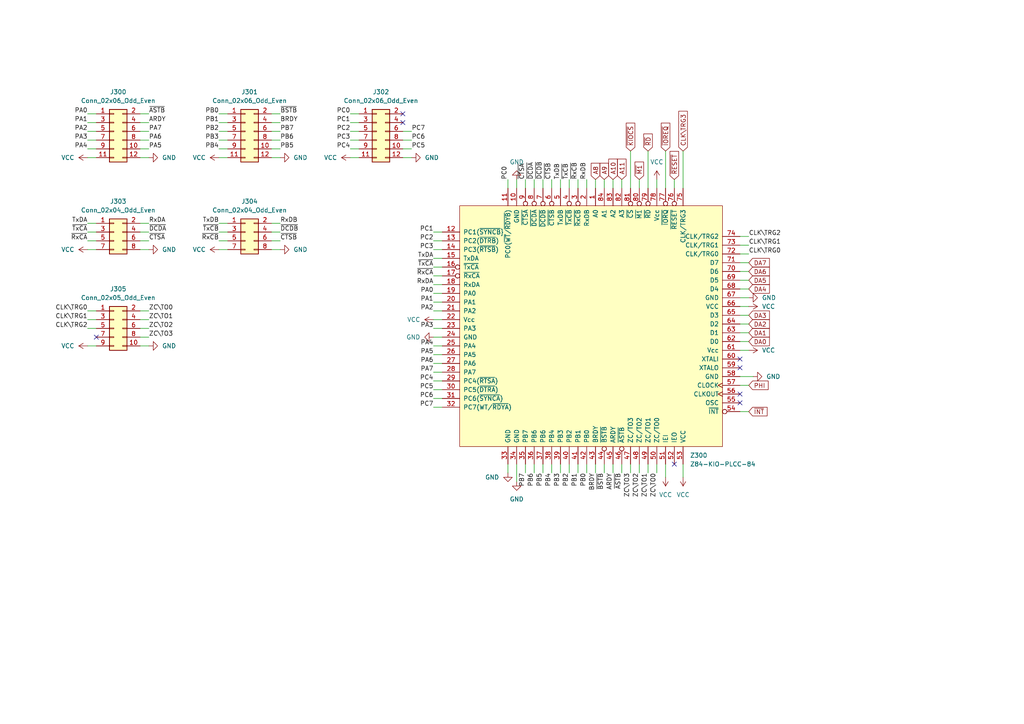
<source format=kicad_sch>
(kicad_sch (version 20211123) (generator eeschema)
  (paper "A4")
  (title_block (title "JupiterAce Z80 plus KIO and new memory format.") (date "2020-05-12") (rev "Alpha") (company "Ontobus") (comment 1 "John Bradley") (comment 2 "https://creativecommons.org/licenses/by-nc-sa/4.0/") (comment 3 "Attribution-NonCommercial-ShareAlike 4.0 International License.") (comment 4 "This work is licensed under a Creative Commons "))
  (lib_symbols
    (symbol "Connector_Generic:Conn_02x04_Odd_Even" (pin_names (offset 1.016) hide)
      (property "Reference" "J" (at 1.27 5.08 0))
      (property "Value" "Conn_02x04_Odd_Even" (at 1.27 -7.62 0))
      (symbol "Conn_02x04_Odd_Even_1_1"
        (rectangle (start -1.27 -4.953) (end 0 -5.207) (stroke (width 0.1524)))
        (rectangle (start -1.27 -2.413) (end 0 -2.667) (stroke (width 0.1524)))
        (rectangle (start -1.27 0.127) (end 0 -0.127) (stroke (width 0.1524)))
        (rectangle (start -1.27 2.667) (end 0 2.413) (stroke (width 0.1524)))
        (rectangle (start -1.27 3.81) (end 3.81 -6.35) (stroke (width 0.254)) (fill (type background)))
        (rectangle (start 3.81 -4.953) (end 2.54 -5.207) (stroke (width 0.1524)))
        (rectangle (start 3.81 -2.413) (end 2.54 -2.667) (stroke (width 0.1524)))
        (rectangle (start 3.81 0.127) (end 2.54 -0.127) (stroke (width 0.1524)))
        (rectangle (start 3.81 2.667) (end 2.54 2.413) (stroke (width 0.1524)))
        (pin passive line (at -5.08 2.54 0) (length 3.81) (name "Pin_1") (number "1"))
        (pin passive line (at 7.62 2.54 180) (length 3.81) (name "Pin_2") (number "2"))
        (pin passive line (at -5.08 0 0) (length 3.81) (name "Pin_3") (number "3"))
        (pin passive line (at 7.62 0 180) (length 3.81) (name "Pin_4") (number "4"))
        (pin passive line (at -5.08 -2.54 0) (length 3.81) (name "Pin_5") (number "5"))
        (pin passive line (at 7.62 -2.54 180) (length 3.81) (name "Pin_6") (number "6"))
        (pin passive line (at -5.08 -5.08 0) (length 3.81) (name "Pin_7") (number "7"))
        (pin passive line (at 7.62 -5.08 180) (length 3.81) (name "Pin_8") (number "8"))
      )
    )
    (symbol "Connector_Generic:Conn_02x05_Odd_Even" (pin_names (offset 1.016) hide)
      (property "Reference" "J" (at 1.27 7.62 0))
      (property "Value" "Conn_02x05_Odd_Even" (at 1.27 -7.62 0))
      (symbol "Conn_02x05_Odd_Even_1_1"
        (rectangle (start -1.27 -4.953) (end 0 -5.207) (stroke (width 0.1524)))
        (rectangle (start -1.27 -2.413) (end 0 -2.667) (stroke (width 0.1524)))
        (rectangle (start -1.27 0.127) (end 0 -0.127) (stroke (width 0.1524)))
        (rectangle (start -1.27 2.667) (end 0 2.413) (stroke (width 0.1524)))
        (rectangle (start -1.27 5.207) (end 0 4.953) (stroke (width 0.1524)))
        (rectangle (start -1.27 6.35) (end 3.81 -6.35) (stroke (width 0.254)) (fill (type background)))
        (rectangle (start 3.81 -4.953) (end 2.54 -5.207) (stroke (width 0.1524)))
        (rectangle (start 3.81 -2.413) (end 2.54 -2.667) (stroke (width 0.1524)))
        (rectangle (start 3.81 0.127) (end 2.54 -0.127) (stroke (width 0.1524)))
        (rectangle (start 3.81 2.667) (end 2.54 2.413) (stroke (width 0.1524)))
        (rectangle (start 3.81 5.207) (end 2.54 4.953) (stroke (width 0.1524)))
        (pin passive line (at -5.08 5.08 0) (length 3.81) (name "Pin_1") (number "1"))
        (pin passive line (at 7.62 -5.08 180) (length 3.81) (name "Pin_10") (number "10"))
        (pin passive line (at 7.62 5.08 180) (length 3.81) (name "Pin_2") (number "2"))
        (pin passive line (at -5.08 2.54 0) (length 3.81) (name "Pin_3") (number "3"))
        (pin passive line (at 7.62 2.54 180) (length 3.81) (name "Pin_4") (number "4"))
        (pin passive line (at -5.08 0 0) (length 3.81) (name "Pin_5") (number "5"))
        (pin passive line (at 7.62 0 180) (length 3.81) (name "Pin_6") (number "6"))
        (pin passive line (at -5.08 -2.54 0) (length 3.81) (name "Pin_7") (number "7"))
        (pin passive line (at 7.62 -2.54 180) (length 3.81) (name "Pin_8") (number "8"))
        (pin passive line (at -5.08 -5.08 0) (length 3.81) (name "Pin_9") (number "9"))
      )
    )
    (symbol "Connector_Generic:Conn_02x06_Odd_Even" (pin_names (offset 1.016) hide)
      (property "Reference" "J" (at 1.27 7.62 0))
      (property "Value" "Conn_02x06_Odd_Even" (at 1.27 -10.16 0))
      (symbol "Conn_02x06_Odd_Even_1_1"
        (rectangle (start -1.27 -7.493) (end 0 -7.747) (stroke (width 0.1524)))
        (rectangle (start -1.27 -4.953) (end 0 -5.207) (stroke (width 0.1524)))
        (rectangle (start -1.27 -2.413) (end 0 -2.667) (stroke (width 0.1524)))
        (rectangle (start -1.27 0.127) (end 0 -0.127) (stroke (width 0.1524)))
        (rectangle (start -1.27 2.667) (end 0 2.413) (stroke (width 0.1524)))
        (rectangle (start -1.27 5.207) (end 0 4.953) (stroke (width 0.1524)))
        (rectangle (start -1.27 6.35) (end 3.81 -8.89) (stroke (width 0.254)) (fill (type background)))
        (rectangle (start 3.81 -7.493) (end 2.54 -7.747) (stroke (width 0.1524)))
        (rectangle (start 3.81 -4.953) (end 2.54 -5.207) (stroke (width 0.1524)))
        (rectangle (start 3.81 -2.413) (end 2.54 -2.667) (stroke (width 0.1524)))
        (rectangle (start 3.81 0.127) (end 2.54 -0.127) (stroke (width 0.1524)))
        (rectangle (start 3.81 2.667) (end 2.54 2.413) (stroke (width 0.1524)))
        (rectangle (start 3.81 5.207) (end 2.54 4.953) (stroke (width 0.1524)))
        (pin passive line (at -5.08 5.08 0) (length 3.81) (name "Pin_1") (number "1"))
        (pin passive line (at 7.62 -5.08 180) (length 3.81) (name "Pin_10") (number "10"))
        (pin passive line (at -5.08 -7.62 0) (length 3.81) (name "Pin_11") (number "11"))
        (pin passive line (at 7.62 -7.62 180) (length 3.81) (name "Pin_12") (number "12"))
        (pin passive line (at 7.62 5.08 180) (length 3.81) (name "Pin_2") (number "2"))
        (pin passive line (at -5.08 2.54 0) (length 3.81) (name "Pin_3") (number "3"))
        (pin passive line (at 7.62 2.54 180) (length 3.81) (name "Pin_4") (number "4"))
        (pin passive line (at -5.08 0 0) (length 3.81) (name "Pin_5") (number "5"))
        (pin passive line (at 7.62 0 180) (length 3.81) (name "Pin_6") (number "6"))
        (pin passive line (at -5.08 -2.54 0) (length 3.81) (name "Pin_7") (number "7"))
        (pin passive line (at 7.62 -2.54 180) (length 3.81) (name "Pin_8") (number "8"))
        (pin passive line (at -5.08 -5.08 0) (length 3.81) (name "Pin_9") (number "9"))
      )
    )
    (symbol "Zilog_Z80_Peripherals:KIO-PLCC-84" (pin_names (offset 1.016))
      (property "Reference" "Z" (at 29.21 -27.94 0))
      (property "Value" "KIO-PLCC-84" (at 31.75 -24.13 0))
      (symbol "KIO-PLCC-84_0_1"
        (rectangle (start 0 0) (end 76.2 -69.85) (fill (type background)))
      )
      (symbol "KIO-PLCC-84_1_1"
        (pin input line (at 39.37 5.08 270) (length 5.08) (name "A0") (number "1"))
        (pin power_in line (at 16.51 5.08 270) (length 5.08) (name "GND") (number "10"))
        (pin tri_state line (at 13.97 5.08 270) (length 5.08) (name "PC0(~{WT}/~{RDYB})") (number "11"))
        (pin tri_state line (at -5.08 -7.62 0) (length 5.08) (name "PC1(~{SYNCB}}") (number "12"))
        (pin tri_state line (at -5.08 -10.16 0) (length 5.08) (name "PC2(~{DTRB})") (number "13"))
        (pin tri_state line (at -5.08 -12.7 0) (length 5.08) (name "PC3(~{RTSB})") (number "14"))
        (pin output line (at -5.08 -15.24 0) (length 5.08) (name "TxDA") (number "15"))
        (pin input inverted (at -5.08 -17.78 0) (length 5.08) (name "~{TxCA}") (number "16"))
        (pin input inverted (at -5.08 -20.32 0) (length 5.08) (name "~{RxCA}") (number "17"))
        (pin input line (at -5.08 -22.86 0) (length 5.08) (name "RxDA") (number "18"))
        (pin tri_state line (at -5.08 -25.4 0) (length 5.08) (name "PA0") (number "19"))
        (pin input line (at 36.83 5.08 270) (length 5.08) (name "RxDB") (number "2"))
        (pin tri_state line (at -5.08 -27.94 0) (length 5.08) (name "PA1") (number "20"))
        (pin tri_state line (at -5.08 -30.48 0) (length 5.08) (name "PA2") (number "21"))
        (pin power_in line (at -5.08 -33.02 0) (length 5.08) (name "Vcc") (number "22"))
        (pin tri_state line (at -5.08 -35.56 0) (length 5.08) (name "PA3") (number "23"))
        (pin power_in line (at -5.08 -38.1 0) (length 5.08) (name "GND") (number "24"))
        (pin tri_state line (at -5.08 -40.64 0) (length 5.08) (name "PA4") (number "25"))
        (pin tri_state line (at -5.08 -43.18 0) (length 5.08) (name "PA5") (number "26"))
        (pin tri_state line (at -5.08 -45.72 0) (length 5.08) (name "PA6") (number "27"))
        (pin tri_state line (at -5.08 -48.26 0) (length 5.08) (name "PA7") (number "28"))
        (pin tri_state line (at -5.08 -50.8 0) (length 5.08) (name "PC4(~{RTSA})") (number "29"))
        (pin input inverted (at 34.29 5.08 270) (length 5.08) (name "~{RxCB}") (number "3"))
        (pin tri_state line (at -5.08 -53.34 0) (length 5.08) (name "PC5(~{DTRA})") (number "30"))
        (pin tri_state line (at -5.08 -55.88 0) (length 5.08) (name "PC6(~{SYNCA})") (number "31"))
        (pin tri_state line (at -5.08 -58.42 0) (length 5.08) (name "PC7(WT/~{RDYA})") (number "32"))
        (pin power_in line (at 13.97 -74.93 90) (length 5.08) (name "GND") (number "33"))
        (pin power_in line (at 16.51 -74.93 90) (length 5.08) (name "GND") (number "34"))
        (pin tri_state line (at 19.05 -74.93 90) (length 5.08) (name "PB7") (number "35"))
        (pin tri_state line (at 21.59 -74.93 90) (length 5.08) (name "PB6") (number "36"))
        (pin tri_state line (at 24.13 -74.93 90) (length 5.08) (name "PB6") (number "37"))
        (pin tri_state line (at 26.67 -74.93 90) (length 5.08) (name "PB4") (number "38"))
        (pin tri_state line (at 29.21 -74.93 90) (length 5.08) (name "PB3") (number "39"))
        (pin input inverted (at 31.75 5.08 270) (length 5.08) (name "~{TxCB}") (number "4"))
        (pin tri_state line (at 31.75 -74.93 90) (length 5.08) (name "PB2") (number "40"))
        (pin tri_state line (at 34.29 -74.93 90) (length 5.08) (name "PB1") (number "41"))
        (pin tri_state line (at 36.83 -74.93 90) (length 5.08) (name "PB0") (number "42"))
        (pin output line (at 39.37 -74.93 90) (length 5.08) (name "BRDY") (number "43"))
        (pin input inverted (at 41.91 -74.93 90) (length 5.08) (name "~{BSTB}") (number "44"))
        (pin output line (at 44.45 -74.93 90) (length 5.08) (name "ARDY") (number "45"))
        (pin input inverted (at 46.99 -74.93 90) (length 5.08) (name "~{ASTB}") (number "46"))
        (pin output line (at 49.53 -74.93 90) (length 5.08) (name "ZC/TO3") (number "47"))
        (pin output line (at 52.07 -74.93 90) (length 5.08) (name "ZC/TO2") (number "48"))
        (pin output line (at 54.61 -74.93 90) (length 5.08) (name "ZC/TO1") (number "49"))
        (pin output line (at 29.21 5.08 270) (length 5.08) (name "TxDB") (number "5"))
        (pin output line (at 57.15 -74.93 90) (length 5.08) (name "ZC/TO0") (number "50"))
        (pin input line (at 59.69 -74.93 90) (length 5.08) (name "IEI") (number "51"))
        (pin output line (at 62.23 -74.93 90) (length 5.08) (name "IEO") (number "52"))
        (pin power_in line (at 64.77 -74.93 90) (length 5.08) (name "VCC") (number "53"))
        (pin open_collector inverted (at 81.28 -59.69 180) (length 5.08) (name "~{INT}") (number "54"))
        (pin output line (at 81.28 -57.15 180) (length 5.08) (name "OSC") (number "55"))
        (pin output clock (at 81.28 -54.61 180) (length 5.08) (name "CLKOUT") (number "56"))
        (pin input clock (at 81.28 -52.07 180) (length 5.08) (name "CLOCK") (number "57"))
        (pin power_in line (at 81.28 -49.53 180) (length 5.08) (name "GND") (number "58"))
        (pin output line (at 81.28 -46.99 180) (length 5.08) (name "XTALO") (number "59"))
        (pin input inverted (at 26.67 5.08 270) (length 5.08) (name "~{CTSB}") (number "6"))
        (pin input line (at 81.28 -44.45 180) (length 5.08) (name "XTALI") (number "60"))
        (pin power_in line (at 81.28 -41.91 180) (length 5.08) (name "Vcc") (number "61"))
        (pin bidirectional line (at 81.28 -39.37 180) (length 5.08) (name "D0") (number "62"))
        (pin bidirectional line (at 81.28 -36.83 180) (length 5.08) (name "D1") (number "63"))
        (pin bidirectional line (at 81.28 -34.29 180) (length 5.08) (name "D2") (number "64"))
        (pin bidirectional line (at 81.28 -31.75 180) (length 5.08) (name "D3") (number "65"))
        (pin power_in line (at 81.28 -29.21 180) (length 5.08) (name "VCC") (number "66"))
        (pin power_in line (at 81.28 -26.67 180) (length 5.08) (name "GND") (number "67"))
        (pin bidirectional line (at 81.28 -24.13 180) (length 5.08) (name "D4") (number "68"))
        (pin bidirectional line (at 81.28 -21.59 180) (length 5.08) (name "D5") (number "69"))
        (pin input inverted (at 24.13 5.08 270) (length 5.08) (name "~{DCDB}") (number "7"))
        (pin bidirectional line (at 81.28 -19.05 180) (length 5.08) (name "D6") (number "70"))
        (pin bidirectional line (at 81.28 -16.51 180) (length 5.08) (name "D7") (number "71"))
        (pin input line (at 81.28 -13.97 180) (length 5.08) (name "CLK/TRG0") (number "72"))
        (pin input line (at 81.28 -11.43 180) (length 5.08) (name "CLK/TRG1") (number "73"))
        (pin input line (at 81.28 -8.89 180) (length 5.08) (name "CLK/TRG2") (number "74"))
        (pin input line (at 64.77 5.08 270) (length 5.08) (name "CLK/TRG3") (number "75"))
        (pin input inverted (at 62.23 5.08 270) (length 5.08) (name "~{RESET}") (number "76"))
        (pin input inverted (at 59.69 5.08 270) (length 5.08) (name "~{IORQ}") (number "77"))
        (pin power_in line (at 57.15 5.08 270) (length 5.08) (name "Vcc") (number "78"))
        (pin input inverted (at 54.61 5.08 270) (length 5.08) (name "~{RD}") (number "79"))
        (pin input inverted (at 21.59 5.08 270) (length 5.08) (name "~{DCDA}") (number "8"))
        (pin input inverted (at 52.07 5.08 270) (length 5.08) (name "~{M1}") (number "80"))
        (pin input inverted (at 49.53 5.08 270) (length 5.08) (name "~{CS}") (number "81"))
        (pin input line (at 46.99 5.08 270) (length 5.08) (name "A3") (number "82"))
        (pin input line (at 44.45 5.08 270) (length 5.08) (name "A2") (number "83"))
        (pin input line (at 41.91 5.08 270) (length 5.08) (name "A1") (number "84"))
        (pin input inverted (at 19.05 5.08 270) (length 5.08) (name "~{CTSA}") (number "9"))
      )
    )
    (symbol "power:GND" (power) (pin_names (offset 0))
      (property "Value" "GND" (at 0 -3.81 0))
      (symbol "GND_0_1"
        (polyline (pts (xy 0 0) (xy 0 -1.27) (xy 1.27 -1.27) (xy 0 -2.54) (xy -1.27 -1.27) (xy 0 -1.27)))
      )
      (symbol "GND_1_1"
        (pin power_in line (at 0 0 270) (length 0) hide (name "GND") (number "1"))
      )
    )
    (symbol "power:VCC" (power) (pin_names (offset 0))
      (property "Value" "VCC" (at 0 3.81 0))
      (symbol "VCC_0_1"
        (polyline (pts (xy -0.762 1.27) (xy 0 2.54)))
        (polyline (pts (xy 0 0) (xy 0 2.54)))
        (polyline (pts (xy 0 2.54) (xy 0.762 1.27)))
      )
      (symbol "VCC_1_1"
        (pin power_in line (at 0 0 90) (length 0) hide (name "VCC") (number "1"))
      )
    )
  )
  (no_connect (at 214.63 106.68))
  (no_connect (at 116.84 35.56))
  (no_connect (at 214.63 104.14))
  (no_connect (at 195.58 134.62))
  (no_connect (at 214.63 116.84))
  (no_connect (at 214.63 114.3))
  (no_connect (at 116.84 33.02))
  (no_connect (at 27.94 97.79))
  (wire (pts (xy 128.27 74.93) (xy 125.73 74.93)))
  (wire (pts (xy 116.84 38.1) (xy 119.38 38.1)))
  (wire (pts (xy 78.74 69.85) (xy 81.28 69.85)))
  (wire (pts (xy 152.4 54.61) (xy 152.4 52.07)))
  (wire (pts (xy 78.74 45.72) (xy 81.28 45.72)))
  (wire (pts (xy 214.63 91.44) (xy 217.17 91.44)))
  (wire (pts (xy 214.63 93.98) (xy 217.17 93.98)))
  (wire (pts (xy 182.88 54.61) (xy 182.88 43.815)))
  (wire (pts (xy 116.84 43.18) (xy 119.38 43.18)))
  (wire (pts (xy 104.14 40.64) (xy 101.6 40.64)))
  (wire (pts (xy 149.86 134.62) (xy 149.86 139.7)))
  (wire (pts (xy 128.27 100.33) (xy 125.73 100.33)))
  (wire (pts (xy 40.64 33.02) (xy 43.18 33.02)))
  (wire (pts (xy 63.5 72.39) (xy 66.04 72.39)))
  (wire (pts (xy 214.63 81.28) (xy 217.17 81.28)))
  (wire (pts (xy 214.63 96.52) (xy 217.17 96.52)))
  (wire (pts (xy 66.04 69.85) (xy 63.5 69.85)))
  (wire (pts (xy 40.64 43.18) (xy 43.18 43.18)))
  (wire (pts (xy 25.4 100.33) (xy 27.94 100.33)))
  (wire (pts (xy 27.94 90.17) (xy 25.4 90.17)))
  (wire (pts (xy 147.32 134.62) (xy 147.32 137.16)))
  (wire (pts (xy 104.14 35.56) (xy 101.6 35.56)))
  (wire (pts (xy 193.04 138.43) (xy 193.04 134.62)))
  (wire (pts (xy 40.64 64.77) (xy 43.18 64.77)))
  (wire (pts (xy 190.5 52.07) (xy 190.5 54.61)))
  (wire (pts (xy 128.27 90.17) (xy 125.73 90.17)))
  (wire (pts (xy 78.74 67.31) (xy 81.28 67.31)))
  (wire (pts (xy 116.84 40.64) (xy 119.38 40.64)))
  (wire (pts (xy 157.48 134.62) (xy 157.48 137.16)))
  (wire (pts (xy 66.04 38.1) (xy 63.5 38.1)))
  (wire (pts (xy 214.63 78.74) (xy 217.17 78.74)))
  (wire (pts (xy 40.64 45.72) (xy 43.18 45.72)))
  (wire (pts (xy 185.42 54.61) (xy 185.42 52.07)))
  (wire (pts (xy 27.94 40.64) (xy 25.4 40.64)))
  (wire (pts (xy 177.8 54.61) (xy 177.8 52.07)))
  (wire (pts (xy 40.64 67.31) (xy 43.18 67.31)))
  (wire (pts (xy 27.94 38.1) (xy 25.4 38.1)))
  (wire (pts (xy 214.63 99.06) (xy 217.17 99.06)))
  (wire (pts (xy 128.27 67.31) (xy 125.73 67.31)))
  (wire (pts (xy 214.63 119.38) (xy 217.17 119.38)))
  (wire (pts (xy 214.63 68.58) (xy 217.17 68.58)))
  (wire (pts (xy 128.27 118.11) (xy 125.73 118.11)))
  (wire (pts (xy 78.74 72.39) (xy 81.28 72.39)))
  (wire (pts (xy 128.27 102.87) (xy 125.73 102.87)))
  (wire (pts (xy 172.72 54.61) (xy 172.72 52.07)))
  (wire (pts (xy 187.96 54.61) (xy 187.96 43.815)))
  (wire (pts (xy 214.63 71.12) (xy 217.17 71.12)))
  (wire (pts (xy 40.64 72.39) (xy 43.18 72.39)))
  (wire (pts (xy 180.34 134.62) (xy 180.34 137.16)))
  (wire (pts (xy 40.64 97.79) (xy 43.18 97.79)))
  (wire (pts (xy 165.1 134.62) (xy 165.1 137.16)))
  (wire (pts (xy 128.27 87.63) (xy 125.73 87.63)))
  (wire (pts (xy 27.94 35.56) (xy 25.4 35.56)))
  (wire (pts (xy 128.27 95.25) (xy 125.73 95.25)))
  (wire (pts (xy 128.27 72.39) (xy 125.73 72.39)))
  (wire (pts (xy 128.27 85.09) (xy 125.73 85.09)))
  (wire (pts (xy 40.64 100.33) (xy 43.18 100.33)))
  (wire (pts (xy 160.02 134.62) (xy 160.02 137.16)))
  (wire (pts (xy 27.94 67.31) (xy 25.4 67.31)))
  (wire (pts (xy 167.64 54.61) (xy 167.64 52.07)))
  (wire (pts (xy 40.64 38.1) (xy 43.18 38.1)))
  (wire (pts (xy 104.14 38.1) (xy 101.6 38.1)))
  (wire (pts (xy 78.74 43.18) (xy 81.28 43.18)))
  (wire (pts (xy 177.8 134.62) (xy 177.8 137.16)))
  (wire (pts (xy 187.96 134.62) (xy 187.96 137.16)))
  (wire (pts (xy 40.64 35.56) (xy 43.18 35.56)))
  (wire (pts (xy 195.58 54.61) (xy 195.58 52.07)))
  (wire (pts (xy 27.94 95.25) (xy 25.4 95.25)))
  (wire (pts (xy 214.63 109.22) (xy 218.44 109.22)))
  (wire (pts (xy 25.4 72.39) (xy 27.94 72.39)))
  (wire (pts (xy 104.14 33.02) (xy 101.6 33.02)))
  (wire (pts (xy 40.64 40.64) (xy 43.18 40.64)))
  (wire (pts (xy 214.63 86.36) (xy 217.17 86.36)))
  (wire (pts (xy 162.56 134.62) (xy 162.56 137.16)))
  (wire (pts (xy 185.42 134.62) (xy 185.42 137.16)))
  (wire (pts (xy 128.27 105.41) (xy 125.73 105.41)))
  (wire (pts (xy 40.64 95.25) (xy 43.18 95.25)))
  (wire (pts (xy 214.63 76.2) (xy 217.17 76.2)))
  (wire (pts (xy 101.6 45.72) (xy 104.14 45.72)))
  (wire (pts (xy 63.5 45.72) (xy 66.04 45.72)))
  (wire (pts (xy 27.94 64.77) (xy 25.4 64.77)))
  (wire (pts (xy 198.12 138.43) (xy 198.12 134.62)))
  (wire (pts (xy 162.56 54.61) (xy 162.56 52.07)))
  (wire (pts (xy 214.63 73.66) (xy 217.17 73.66)))
  (wire (pts (xy 165.1 54.61) (xy 165.1 52.07)))
  (wire (pts (xy 128.27 113.03) (xy 125.73 113.03)))
  (wire (pts (xy 78.74 38.1) (xy 81.28 38.1)))
  (wire (pts (xy 116.84 45.72) (xy 119.38 45.72)))
  (wire (pts (xy 66.04 64.77) (xy 63.5 64.77)))
  (wire (pts (xy 128.27 77.47) (xy 125.73 77.47)))
  (wire (pts (xy 66.04 43.18) (xy 63.5 43.18)))
  (wire (pts (xy 128.27 69.85) (xy 125.73 69.85)))
  (wire (pts (xy 180.34 54.61) (xy 180.34 52.07)))
  (wire (pts (xy 198.12 54.61) (xy 198.12 43.815)))
  (wire (pts (xy 78.74 35.56) (xy 81.28 35.56)))
  (wire (pts (xy 217.17 101.6) (xy 214.63 101.6)))
  (wire (pts (xy 25.4 45.72) (xy 27.94 45.72)))
  (wire (pts (xy 214.63 83.82) (xy 217.17 83.82)))
  (wire (pts (xy 175.26 54.61) (xy 175.26 52.07)))
  (wire (pts (xy 217.17 88.9) (xy 214.63 88.9)))
  (wire (pts (xy 157.48 54.61) (xy 157.48 52.07)))
  (wire (pts (xy 78.74 64.77) (xy 81.28 64.77)))
  (wire (pts (xy 128.27 82.55) (xy 125.73 82.55)))
  (wire (pts (xy 78.74 40.64) (xy 81.28 40.64)))
  (wire (pts (xy 66.04 67.31) (xy 63.5 67.31)))
  (wire (pts (xy 182.88 134.62) (xy 182.88 137.16)))
  (wire (pts (xy 66.04 33.02) (xy 63.5 33.02)))
  (wire (pts (xy 190.5 134.62) (xy 190.5 137.16)))
  (wire (pts (xy 27.94 92.71) (xy 25.4 92.71)))
  (wire (pts (xy 160.02 54.61) (xy 160.02 52.07)))
  (wire (pts (xy 149.86 54.61) (xy 149.86 52.07)))
  (wire (pts (xy 128.27 115.57) (xy 125.73 115.57)))
  (wire (pts (xy 40.64 92.71) (xy 43.18 92.71)))
  (wire (pts (xy 172.72 134.62) (xy 172.72 137.16)))
  (wire (pts (xy 104.14 43.18) (xy 101.6 43.18)))
  (wire (pts (xy 128.27 80.01) (xy 125.73 80.01)))
  (wire (pts (xy 154.94 54.61) (xy 154.94 52.07)))
  (wire (pts (xy 40.64 69.85) (xy 43.18 69.85)))
  (wire (pts (xy 170.18 54.61) (xy 170.18 52.07)))
  (wire (pts (xy 128.27 97.79) (xy 125.73 97.79)))
  (wire (pts (xy 193.04 54.61) (xy 193.04 43.815)))
  (wire (pts (xy 152.4 134.62) (xy 152.4 137.16)))
  (wire (pts (xy 214.63 111.76) (xy 217.17 111.76)))
  (wire (pts (xy 167.64 134.62) (xy 167.64 137.16)))
  (wire (pts (xy 154.94 134.62) (xy 154.94 137.16)))
  (wire (pts (xy 78.74 33.02) (xy 81.28 33.02)))
  (wire (pts (xy 66.04 35.56) (xy 63.5 35.56)))
  (wire (pts (xy 27.94 33.02) (xy 25.4 33.02)))
  (wire (pts (xy 40.64 90.17) (xy 43.18 90.17)))
  (wire (pts (xy 125.73 92.71) (xy 128.27 92.71)))
  (wire (pts (xy 27.94 69.85) (xy 25.4 69.85)))
  (wire (pts (xy 170.18 134.62) (xy 170.18 137.16)))
  (wire (pts (xy 128.27 107.95) (xy 125.73 107.95)))
  (wire (pts (xy 175.26 134.62) (xy 175.26 137.16)))
  (wire (pts (xy 147.32 54.61) (xy 147.32 52.07)))
  (wire (pts (xy 66.04 40.64) (xy 63.5 40.64)))
  (wire (pts (xy 128.27 110.49) (xy 125.73 110.49)))
  (wire (pts (xy 27.94 43.18) (xy 25.4 43.18)))
  (label "PC7" (at 119.38 38.1 0))
  (label "PA1" (at 125.73 87.63 180))
  (label "PA5" (at 43.18 43.18 0))
  (label "PC0" (at 147.32 52.07 90))
  (label "~{CTSA}" (at 43.18 69.85 0))
  (label "ZC\\TO3" (at 182.88 137.16 270))
  (label "PB1" (at 167.64 137.16 270))
  (label "PB4" (at 160.02 137.16 270))
  (label "TxDB" (at 162.56 52.07 90))
  (label "~{TxCB}" (at 63.5 67.31 180))
  (label "CLK\\TRG0" (at 25.4 90.17 180))
  (label "PB7" (at 152.4 137.16 270))
  (label "PC4" (at 101.6 43.18 180))
  (label "PA6" (at 125.73 105.41 180))
  (label "~{BSTB}" (at 175.26 137.16 270))
  (label "~{RxCA}" (at 125.73 80.01 180))
  (label "~{CTSB}" (at 81.28 69.85 0))
  (label "ZC\\TO2" (at 185.42 137.16 270))
  (label "PC7" (at 125.73 118.11 180))
  (label "PB6" (at 154.94 137.16 270))
  (label "PC4" (at 125.73 110.49 180))
  (label "CLK\\TRG1" (at 217.17 71.12 0))
  (label "~{CTSB}" (at 160.02 52.07 90))
  (label "PA5" (at 125.73 102.87 180))
  (label "PB2" (at 63.5 38.1 180))
  (label "PC3" (at 101.6 40.64 180))
  (label "ARDY" (at 177.8 137.16 270))
  (label "PC0" (at 101.6 33.02 180))
  (label "~{RxCB}" (at 167.64 52.07 90))
  (label "PB0" (at 170.18 137.16 270))
  (label "PA3" (at 125.73 95.25 180))
  (label "CLK\\TRG0" (at 217.17 73.66 0))
  (label "PA4" (at 125.73 100.33 180))
  (label "PB3" (at 162.56 137.16 270))
  (label "~{TxCB}" (at 165.1 52.07 90))
  (label "PC6" (at 119.38 40.64 0))
  (label "RxDA" (at 125.73 82.55 180))
  (label "~{DCDA}" (at 43.18 67.31 0))
  (label "~{ASTB}" (at 43.18 33.02 0))
  (label "CLK\\TRG2" (at 217.17 68.58 0))
  (label "PA1" (at 25.4 35.56 180))
  (label "~{ASTB}" (at 180.34 137.16 270))
  (label "PA6" (at 43.18 40.64 0))
  (label "~{BSTB}" (at 81.28 33.02 0))
  (label "PB6" (at 81.28 40.64 0))
  (label "RxDA" (at 43.18 64.77 0))
  (label "ARDY" (at 43.18 35.56 0))
  (label "PA4" (at 25.4 43.18 180))
  (label "~{RxCB}" (at 63.5 69.85 180))
  (label "PB0" (at 63.5 33.02 180))
  (label "ZC\\TO0" (at 43.18 90.17 0))
  (label "PA2" (at 25.4 38.1 180))
  (label "PA2" (at 125.73 90.17 180))
  (label "~{DCDB}" (at 81.28 67.31 0))
  (label "~{DCDB}" (at 157.48 52.07 90))
  (label "TxDA" (at 125.73 74.93 180))
  (label "~{DCDA}" (at 154.94 52.07 90))
  (label "PA3" (at 25.4 40.64 180))
  (label "ZC\\TO1" (at 187.96 137.16 270))
  (label "TxDB" (at 63.5 64.77 180))
  (label "PC6" (at 125.73 115.57 180))
  (label "ZC\\TO2" (at 43.18 95.25 0))
  (label "CLK\\TRG1" (at 25.4 92.71 180))
  (label "TxDA" (at 25.4 64.77 180))
  (label "PC2" (at 101.6 38.1 180))
  (label "ZC\\TO1" (at 43.18 92.71 0))
  (label "PB3" (at 63.5 40.64 180))
  (label "PC1" (at 125.73 67.31 180))
  (label "PA0" (at 25.4 33.02 180))
  (label "PB5" (at 81.28 43.18 0))
  (label "~{TxCA}" (at 125.73 77.47 180))
  (label "RxDB" (at 81.28 64.77 0))
  (label "PC1" (at 101.6 35.56 180))
  (label "BRDY" (at 81.28 35.56 0))
  (label "PA0" (at 125.73 85.09 180))
  (label "CLK\\TRG2" (at 25.4 95.25 180))
  (label "PB7" (at 81.28 38.1 0))
  (label "~{RxCA}" (at 25.4 69.85 180))
  (label "RxDB" (at 170.18 52.07 90))
  (label "PB1" (at 63.5 35.56 180))
  (label "~{TxCA}" (at 25.4 67.31 180))
  (label "ZC\\TO0" (at 190.5 137.16 270))
  (label "BRDY" (at 172.72 137.16 270))
  (label "PC5" (at 125.73 113.03 180))
  (label "PA7" (at 43.18 38.1 0))
  (label "PC2" (at 125.73 69.85 180))
  (label "PB2" (at 165.1 137.16 270))
  (label "PA7" (at 125.73 107.95 180))
  (label "PC5" (at 119.38 43.18 0))
  (label "PC3" (at 125.73 72.39 180))
  (label "PB4" (at 63.5 43.18 180))
  (label "~{CTSA}" (at 152.4 52.07 90))
  (label "ZC\\TO3" (at 43.18 97.79 0))
  (label "PB5" (at 157.48 137.16 270))
  (global_label "~{INT}" (shape input) (at 217.17 119.38 0) (property "Intersheet References" "${INTERSHEET_REFS}" (at 222.3971 119.3006 0) (effects (justify left))))
  (global_label "~{KIOCS}" (shape input) (at 182.88 43.815 90) (property "Intersheet References" "${INTERSHEET_REFS}" (at 182.8006 35.806 90) (effects (justify left))))
  (global_label "A9" (shape input) (at 175.26 52.07 90) (property "Intersheet References" "${INTERSHEET_REFS}" (at 175.1806 47.4477 90) (effects (justify left))))
  (global_label "~{RESET}" (shape input) (at 195.58 52.07 90) (property "Intersheet References" "${INTERSHEET_REFS}" (at 195.5006 44.0006 90) (effects (justify left))))
  (global_label "DA4" (shape input) (at 217.17 83.82 0) (property "Intersheet References" "${INTERSHEET_REFS}" (at 223.0623 83.7406 0) (effects (justify left))))
  (global_label "~{M1}" (shape input) (at 185.42 52.07 90) (property "Intersheet References" "${INTERSHEET_REFS}" (at 185.3406 47.0848 90) (effects (justify left))))
  (global_label "DA3" (shape input) (at 217.17 91.44 0) (property "Intersheet References" "${INTERSHEET_REFS}" (at 223.0623 91.3606 0) (effects (justify left))))
  (global_label "DA0" (shape input) (at 217.17 99.06 0) (property "Intersheet References" "${INTERSHEET_REFS}" (at 223.0623 98.9806 0) (effects (justify left))))
  (global_label "A10" (shape input) (at 177.8 52.07 90) (property "Intersheet References" "${INTERSHEET_REFS}" (at 177.7206 46.2382 90) (effects (justify left))))
  (global_label "DA5" (shape input) (at 217.17 81.28 0) (property "Intersheet References" "${INTERSHEET_REFS}" (at 223.0623 81.2006 0) (effects (justify left))))
  (global_label "DA7" (shape input) (at 217.17 76.2 0) (property "Intersheet References" "${INTERSHEET_REFS}" (at 223.0623 76.1206 0) (effects (justify left))))
  (global_label "A8" (shape input) (at 172.72 52.07 90) (property "Intersheet References" "${INTERSHEET_REFS}" (at 172.6406 47.4477 90) (effects (justify left))))
  (global_label "CLK\\TRG3" (shape input) (at 198.12 43.815 90) (property "Intersheet References" "${INTERSHEET_REFS}" (at 198.0406 32.3589 90) (effects (justify left))))
  (global_label "DA6" (shape input) (at 217.17 78.74 0) (property "Intersheet References" "${INTERSHEET_REFS}" (at 223.0623 78.6606 0) (effects (justify left))))
  (global_label "A11" (shape input) (at 180.34 52.07 90) (property "Intersheet References" "${INTERSHEET_REFS}" (at 180.2606 46.2382 90) (effects (justify left))))
  (global_label "DA1" (shape input) (at 217.17 96.52 0) (property "Intersheet References" "${INTERSHEET_REFS}" (at 223.0623 96.4406 0) (effects (justify left))))
  (global_label "~{IOREQ}" (shape input) (at 193.04 43.815 90) (property "Intersheet References" "${INTERSHEET_REFS}" (at 192.9606 35.806 90) (effects (justify left))))
  (global_label "PHI" (shape input) (at 217.17 111.76 0) (property "Intersheet References" "${INTERSHEET_REFS}" (at 222.6994 111.6806 0) (effects (justify left))))
  (global_label "~{RD}" (shape input) (at 187.96 43.815 90) (property "Intersheet References" "${INTERSHEET_REFS}" (at 187.8806 38.9508 90) (effects (justify left))))
  (global_label "DA2" (shape input) (at 217.17 93.98 0) (property "Intersheet References" "${INTERSHEET_REFS}" (at 223.0623 93.9006 0) (effects (justify left))))
  (symbol (lib_id "Zilog_Z80_Peripherals:KIO-PLCC-84") (at 133.35 59.69 0) (unit 1)
    (property "Reference" "Z300" (at 200.1394 132.08 0) (effects (justify left)))
    (property "Value" "Z84-KIO-PLCC-84" (at 200.1394 134.62 0) (effects (justify left)))
    (property "Footprint" "Package_LCC:PLCC-84_THT-Socket" (effects hide))
    (property "Datasheet" "https://www.zilog.com/docs/z80/ps0118.pdf" (effects hide))
    (property "Manufacturer_Name" "Zilog" (effects hide))
    (property "Manufacturer_Part_Number" "Z84C9010VEG" (effects hide))
  )
  (symbol (lib_id "power:GND") (at 147.32 137.16 0) (unit 1)
    (property "Reference" "#~PWR0107" (effects hide))
    (property "Value" "GND" (at 144.78 138.4299 0) (effects (justify right)))
  )
  (symbol (lib_id "Connector_Generic:Conn_02x06_Odd_Even") (at 33.02 38.1 0) (unit 1)
    (property "Reference" "J300" (at 34.29 26.67 0))
    (property "Value" "Conn_02x06_Odd_Even" (at 34.29 29.21 0))
    (property "Footprint" "Connector_PinHeader_2.54mm:PinHeader_2x06_P2.54mm_Vertical" (effects hide))
    (property "Manufacturer_Name" "SAMTEC" (effects hide))
    (property "Manufacturer_Part_Number" "HTSW-106-08-S-D " (effects hide))
  )
  (symbol (lib_id "power:VCC") (at 198.12 138.43 180) (unit 1)
    (property "Reference" "#~PWR0108" (effects hide))
    (property "Value" "VCC" (at 198.12 143.51 0))
  )
  (symbol (lib_id "power:GND") (at 149.86 139.7 0) (unit 1)
    (property "Reference" "#~PWR0109" (effects hide))
    (property "Value" "GND" (at 149.86 144.78 0))
  )
  (symbol (lib_id "power:GND") (at 218.44 109.22 90) (unit 1)
    (property "Reference" "#~PWR0138" (effects hide))
    (property "Value" "GND" (at 222.25 109.2199 90) (effects (justify right)))
  )
  (symbol (lib_id "power:GND") (at 217.17 86.36 90) (unit 1)
    (property "Reference" "#~PWR0147" (effects hide))
    (property "Value" "GND" (at 220.98 86.3599 90) (effects (justify right)))
  )
  (symbol (lib_id "power:GND") (at 149.86 52.07 180) (unit 1)
    (property "Reference" "#~PWR0157" (effects hide))
    (property "Value" "GND" (at 149.86 46.99 0))
  )
  (symbol (lib_id "power:GND") (at 125.73 97.79 270) (unit 1)
    (property "Reference" "#~PWR0158" (effects hide))
    (property "Value" "GND" (at 121.92 97.7899 90) (effects (justify right)))
  )
  (symbol (lib_id "power:VCC") (at 217.17 101.6 270) (unit 1)
    (property "Reference" "#~PWR0159" (effects hide))
    (property "Value" "VCC" (at 220.98 101.5999 90) (effects (justify left)))
  )
  (symbol (lib_id "power:VCC") (at 217.17 88.9 270) (unit 1)
    (property "Reference" "#~PWR0160" (effects hide))
    (property "Value" "VCC" (at 220.98 88.8999 90) (effects (justify left)))
  )
  (symbol (lib_id "power:VCC") (at 125.73 92.71 90) (unit 1)
    (property "Reference" "#~PWR0172" (effects hide))
    (property "Value" "VCC" (at 121.92 92.7099 90) (effects (justify left)))
  )
  (symbol (lib_id "Connector_Generic:Conn_02x06_Odd_Even") (at 71.12 38.1 0) (unit 1)
    (property "Reference" "J301" (at 72.39 26.67 0))
    (property "Value" "Conn_02x06_Odd_Even" (at 72.39 29.21 0))
    (property "Footprint" "Connector_PinHeader_2.54mm:PinHeader_2x06_P2.54mm_Vertical" (effects hide))
    (property "Manufacturer_Name" "SAMTEC" (effects hide))
    (property "Manufacturer_Part_Number" "HTSW-106-08-S-D " (effects hide))
  )
  (symbol (lib_id "power:VCC") (at 190.5 52.07 0) (unit 1)
    (property "Reference" "#~PWR0173" (effects hide))
    (property "Value" "VCC" (at 190.5 46.99 0))
  )
  (symbol (lib_id "power:VCC") (at 25.4 100.33 90) (unit 1)
    (property "Reference" "#~PWR0176" (effects hide))
    (property "Value" "VCC" (at 21.59 100.3299 90) (effects (justify left)))
  )
  (symbol (lib_id "power:GND") (at 43.18 100.33 90) (unit 1)
    (property "Reference" "#~PWR0177" (effects hide))
    (property "Value" "GND" (at 46.99 100.3299 90) (effects (justify right)))
  )
  (symbol (lib_id "power:GND") (at 43.18 45.72 90) (unit 1)
    (property "Reference" "#~PWR0101" (effects hide))
    (property "Value" "GND" (at 46.99 45.7199 90) (effects (justify right)))
  )
  (symbol (lib_id "power:VCC") (at 25.4 45.72 90) (unit 1)
    (property "Reference" "#~PWR0114" (effects hide))
    (property "Value" "VCC" (at 21.59 45.7199 90) (effects (justify left)))
  )
  (symbol (lib_id "power:GND") (at 81.28 45.72 90) (unit 1)
    (property "Reference" "#~PWR0117" (effects hide))
    (property "Value" "GND" (at 85.09 45.7199 90) (effects (justify right)))
  )
  (symbol (lib_id "power:VCC") (at 63.5 45.72 90) (unit 1)
    (property "Reference" "#~PWR0119" (effects hide))
    (property "Value" "VCC" (at 59.69 45.7199 90) (effects (justify left)))
  )
  (symbol (lib_id "power:GND") (at 119.38 45.72 90) (unit 1)
    (property "Reference" "#~PWR0122" (effects hide))
    (property "Value" "GND" (at 123.19 45.7199 90) (effects (justify right)))
  )
  (symbol (lib_id "power:VCC") (at 101.6 45.72 90) (unit 1)
    (property "Reference" "#~PWR0123" (effects hide))
    (property "Value" "VCC" (at 97.79 45.7199 90) (effects (justify left)))
  )
  (symbol (lib_id "power:GND") (at 43.18 72.39 90) (unit 1)
    (property "Reference" "#~PWR0143" (effects hide))
    (property "Value" "GND" (at 46.99 72.3899 90) (effects (justify right)))
  )
  (symbol (lib_id "power:VCC") (at 25.4 72.39 90) (unit 1)
    (property "Reference" "#~PWR0156" (effects hide))
    (property "Value" "VCC" (at 21.59 72.3899 90) (effects (justify left)))
  )
  (symbol (lib_id "power:GND") (at 81.28 72.39 90) (unit 1)
    (property "Reference" "#~PWR0164" (effects hide))
    (property "Value" "GND" (at 85.09 72.3899 90) (effects (justify right)))
  )
  (symbol (lib_id "power:VCC") (at 63.5 72.39 90) (unit 1)
    (property "Reference" "#~PWR0175" (effects hide))
    (property "Value" "VCC" (at 59.69 72.3899 90) (effects (justify left)))
  )
  (symbol (lib_id "Connector_Generic:Conn_02x06_Odd_Even") (at 109.22 38.1 0) (unit 1)
    (property "Reference" "J302" (at 110.49 26.67 0))
    (property "Value" "Conn_02x06_Odd_Even" (at 110.49 29.21 0))
    (property "Footprint" "Connector_PinHeader_2.54mm:PinHeader_2x06_P2.54mm_Vertical" (effects hide))
    (property "Manufacturer_Name" "SAMTEC" (effects hide))
    (property "Manufacturer_Part_Number" "HTSW-106-08-S-D" (effects hide))
  )
  (symbol (lib_id "Connector_Generic:Conn_02x04_Odd_Even") (at 33.02 67.31 0) (unit 1)
    (property "Reference" "J303" (at 34.29 58.42 0))
    (property "Value" "Conn_02x04_Odd_Even" (at 34.29 60.96 0))
    (property "Footprint" "Connector_PinHeader_2.54mm:PinHeader_2x04_P2.54mm_Vertical" (effects hide))
    (property "Manufacturer_Name" "SAMTEC" (effects hide))
    (property "Manufacturer_Part_Number" "TSW-104-08-S-D" (effects hide))
  )
  (symbol (lib_id "Connector_Generic:Conn_02x04_Odd_Even") (at 71.12 67.31 0) (unit 1)
    (property "Reference" "J304" (at 72.39 58.42 0))
    (property "Value" "Conn_02x04_Odd_Even" (at 72.39 60.96 0))
    (property "Footprint" "Connector_PinHeader_2.54mm:PinHeader_2x04_P2.54mm_Vertical" (effects hide))
    (property "Manufacturer_Name" "SAMTEC" (effects hide))
    (property "Manufacturer_Part_Number" "TSW-104-08-S-D" (effects hide))
  )
  (symbol (lib_id "Connector_Generic:Conn_02x05_Odd_Even") (at 33.02 95.25 0) (unit 1)
    (property "Reference" "J305" (at 34.29 83.82 0))
    (property "Value" "Conn_02x05_Odd_Even" (at 34.29 86.36 0))
    (property "Footprint" "Connector_PinHeader_2.54mm:PinHeader_2x05_P2.54mm_Vertical" (effects hide))
    (property "Manufacturer_Name" "TE Connectivity / AMP" (effects hide))
    (property "Manufacturer_Part_Number" "HTSW-105-08-S-D " (effects hide))
  )
  (symbol (lib_id "power:VCC") (at 193.04 138.43 180) (unit 1)
    (property "Reference" "#0101" (effects hide))
    (property "Value" "VCC" (at 193.04 143.51 0))
  )
)
</source>
